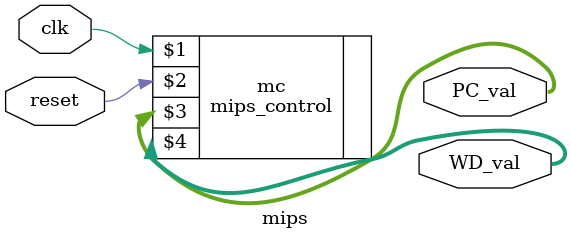
<source format=v>
module mips(input clk,
				input reset,
				output [31:0] PC_val,
				output [31:0] WD_val
				);
				

mips_control mc(clk, reset, PC_val, WD_val);

endmodule

</source>
